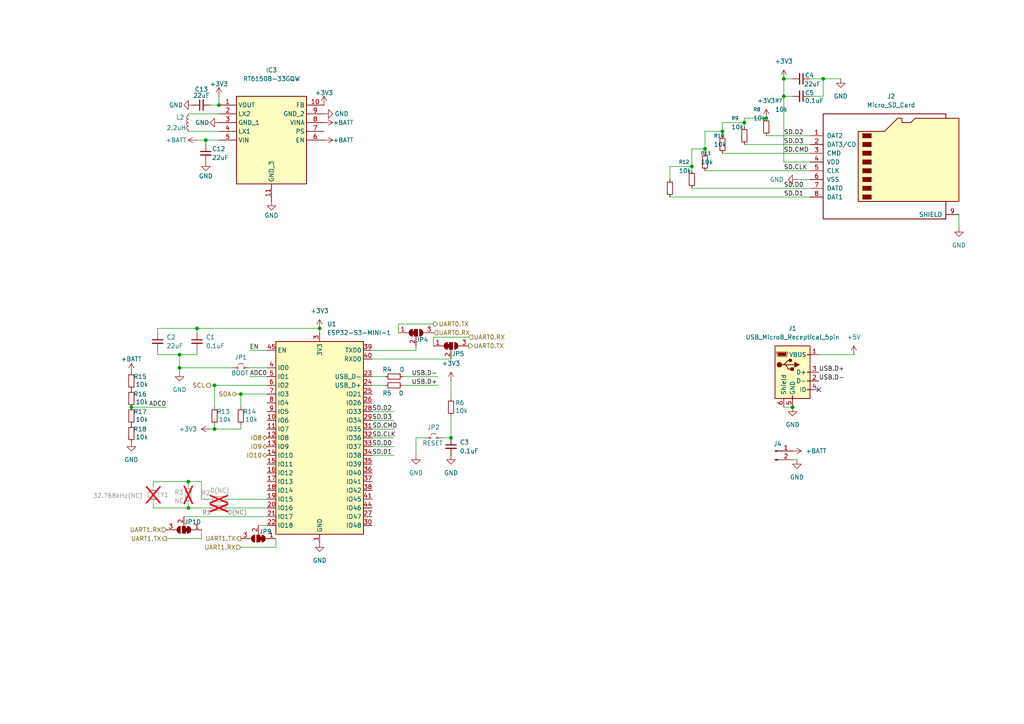
<source format=kicad_sch>
(kicad_sch (version 20250114) (generator "eeschema") (generator_version "9.0")
  (paper "A4")
  (lib_symbols
    (symbol "Connector:Conn_01x02_Pin" (pin_names (offset 1.016) (hide yes))
      (property "Reference" "J" (at 0 2.54 0))
      (property "Value" "Conn_01x02_Pin" (at 0 -5.08 0))
      (symbol "Conn_01x02_Pin_1_1"
        (rectangle (start 0.8636 0.127) (end 0 -0.127) (stroke (width 0.1524)) (fill (type outline)))
        (rectangle (start 0.8636 -2.413) (end 0 -2.667) (stroke (width 0.1524)) (fill (type outline)))
        (polyline (pts (xy 1.27 0) (xy 0.8636 0)) (stroke (width 0.1524)))
        (polyline (pts (xy 1.27 -2.54) (xy 0.8636 -2.54)) (stroke (width 0.1524)))
        (pin passive line (at 5.08 0 180) (length 3.81) (name "Pin_1") (number "1"))
        (pin passive line (at 5.08 -2.54 180) (length 3.81) (name "Pin_2") (number "2"))
      )
    )
    (symbol "Connector:Micro_SD_Card" (pin_names (offset 1.016))
      (property "Reference" "J" (at -16.51 15.24 0))
      (property "Value" "Micro_SD_Card" (at 16.51 15.24 0))
      (symbol "Micro_SD_Card_0_1"
        (polyline (pts (xy -8.89 -11.43) (xy -8.89 8.89) (xy -1.27 8.89) (xy 2.54 12.7) (xy 3.81 12.7) (xy 3.81 11.43) (xy 6.35 11.43) (xy 7.62 12.7) (xy 20.32 12.7) (xy 20.32 -11.43) (xy -8.89 -11.43)) (stroke (width 0.254)) (fill (type background)))
        (rectangle (start -7.62 8.255) (end -5.08 6.985) (fill (type outline)))
        (rectangle (start -7.62 5.715) (end -5.08 4.445) (fill (type outline)))
        (rectangle (start -7.62 3.175) (end -5.08 1.905) (fill (type outline)))
        (rectangle (start -7.62 0.635) (end -5.08 -0.635) (fill (type outline)))
        (rectangle (start -7.62 -1.905) (end -5.08 -3.175) (fill (type outline)))
        (rectangle (start -7.62 -4.445) (end -5.08 -5.715) (fill (type outline)))
        (rectangle (start -7.62 -6.985) (end -5.08 -8.255) (fill (type outline)))
        (rectangle (start -7.62 -9.525) (end -5.08 -10.795) (fill (type outline)))
        (polyline (pts (xy 16.51 12.7) (xy 16.51 13.97) (xy -19.05 13.97) (xy -19.05 -16.51) (xy 16.51 -16.51) (xy 16.51 -11.43)) (stroke (width 0.254)))
      )
      (symbol "Micro_SD_Card_1_1"
        (pin bidirectional line (at -22.86 7.62 0) (length 3.81) (name "DAT2") (number "1"))
        (pin bidirectional line (at -22.86 5.08 0) (length 3.81) (name "DAT3/CD") (number "2"))
        (pin input line (at -22.86 2.54 0) (length 3.81) (name "CMD") (number "3"))
        (pin power_in line (at -22.86 0 0) (length 3.81) (name "VDD") (number "4"))
        (pin input line (at -22.86 -2.54 0) (length 3.81) (name "CLK") (number "5"))
        (pin power_in line (at -22.86 -5.08 0) (length 3.81) (name "VSS") (number "6"))
        (pin bidirectional line (at -22.86 -7.62 0) (length 3.81) (name "DAT0") (number "7"))
        (pin bidirectional line (at -22.86 -10.16 0) (length 3.81) (name "DAT1") (number "8"))
        (pin passive line (at 20.32 -15.24 180) (length 3.81) (name "SHIELD") (number "9"))
      )
    )
    (symbol "Connector:USB_B_Micro" (pin_names (offset 1.016))
      (property "Reference" "J" (at -5.08 11.43 0))
      (property "Value" "USB_B_Micro" (at -5.08 8.89 0))
      (symbol "USB_B_Micro_0_1"
        (rectangle (start -5.08 -7.62) (end 5.08 7.62) (stroke (width 0.254)) (fill (type background)))
        (polyline (pts (xy -4.699 5.842) (xy -4.699 5.588) (xy -4.445 4.826) (xy -4.445 4.572) (xy -1.651 4.572) (xy -1.651 4.826) (xy -1.397 5.588) (xy -1.397 5.842) (xy -4.699 5.842)))
        (polyline (pts (xy -4.318 5.588) (xy -1.778 5.588) (xy -2.032 4.826) (xy -4.064 4.826) (xy -4.318 5.588)) (fill (type outline)))
        (circle (center -3.81 2.159) (radius 0.635) (stroke (width 0.254)) (fill (type outline)))
        (polyline (pts (xy -3.175 2.159) (xy -2.54 2.159) (xy -1.27 3.429) (xy -0.635 3.429)) (stroke (width 0.254)))
        (polyline (pts (xy -2.54 2.159) (xy -1.905 2.159) (xy -1.27 0.889) (xy 0 0.889)) (stroke (width 0.254)))
        (polyline (pts (xy -1.905 2.159) (xy 0.635 2.159)) (stroke (width 0.254)))
        (circle (center -0.635 3.429) (radius 0.381) (stroke (width 0.254)) (fill (type outline)))
        (rectangle (start -0.127 -7.62) (end 0.127 -6.858))
        (rectangle (start 0.254 1.27) (end -0.508 0.508) (stroke (width 0.254)) (fill (type outline)))
        (polyline (pts (xy 0.635 2.794) (xy 0.635 1.524) (xy 1.905 2.159) (xy 0.635 2.794)) (stroke (width 0.254)) (fill (type outline)))
        (rectangle (start 5.08 4.953) (end 4.318 5.207))
        (rectangle (start 5.08 -0.127) (end 4.318 0.127))
        (rectangle (start 5.08 -2.667) (end 4.318 -2.413))
        (rectangle (start 5.08 -5.207) (end 4.318 -4.953))
      )
      (symbol "USB_B_Micro_1_1"
        (pin passive line (at -2.54 -10.16 90) (length 2.54) (name "Shield") (number "6"))
        (pin power_out line (at 0 -10.16 90) (length 2.54) (name "GND") (number "5"))
        (pin power_out line (at 7.62 5.08 180) (length 2.54) (name "VBUS") (number "1"))
        (pin bidirectional line (at 7.62 0 180) (length 2.54) (name "D+") (number "3"))
        (pin bidirectional line (at 7.62 -2.54 180) (length 2.54) (name "D-") (number "2"))
        (pin passive line (at 7.62 -5.08 180) (length 2.54) (name "ID") (number "4"))
      )
    )
    (symbol "Device:C_Small" (pin_numbers (hide yes)) (pin_names (offset 0.254) (hide yes))
      (property "Reference" "C" (at 0.254 1.778 0))
      (property "Value" "C_Small" (at 0.254 -2.032 0))
      (symbol "C_Small_0_1"
        (polyline (pts (xy -1.524 0.508) (xy 1.524 0.508)) (stroke (width 0.3048)))
        (polyline (pts (xy -1.524 -0.508) (xy 1.524 -0.508)) (stroke (width 0.3302)))
      )
      (symbol "C_Small_1_1"
        (pin passive line (at 0 2.54 270) (length 2.032) (name "~") (number "1"))
        (pin passive line (at 0 -2.54 90) (length 2.032) (name "~") (number "2"))
      )
    )
    (symbol "Device:Crystal_Small" (pin_numbers (hide yes)) (pin_names (offset 1.016) (hide yes))
      (property "Reference" "Y" (at 0 2.54 0))
      (property "Value" "Crystal_Small" (at 0 -2.54 0))
      (symbol "Crystal_Small_0_1"
        (polyline (pts (xy -1.27 -0.762) (xy -1.27 0.762)) (stroke (width 0.381)))
        (rectangle (start -0.762 -1.524) (end 0.762 1.524))
        (polyline (pts (xy 1.27 -0.762) (xy 1.27 0.762)) (stroke (width 0.381)))
      )
      (symbol "Crystal_Small_1_1"
        (pin passive line (at -2.54 0 0) (length 1.27) (name "1") (number "1"))
        (pin passive line (at 2.54 0 180) (length 1.27) (name "2") (number "2"))
      )
    )
    (symbol "Device:L_Small" (pin_numbers (hide yes)) (pin_names (offset 0.254) (hide yes))
      (property "Reference" "L" (at 0.762 1.016 0))
      (property "Value" "L_Small" (at 0.762 -1.016 0))
      (symbol "L_Small_0_1"
        (arc (start 0 2.032) (mid 0.5058 1.524) (end 0 1.016))
        (arc (start 0 1.016) (mid 0.5058 0.508) (end 0 0))
        (arc (start 0 0) (mid 0.5058 -0.508) (end 0 -1.016))
        (arc (start 0 -1.016) (mid 0.5058 -1.524) (end 0 -2.032))
      )
      (symbol "L_Small_1_1"
        (pin passive line (at 0 2.54 270) (length 0.508) (name "~") (number "1"))
        (pin passive line (at 0 -2.54 90) (length 0.508) (name "~") (number "2"))
      )
    )
    (symbol "Device:R_Small" (pin_numbers (hide yes)) (pin_names (offset 0.254) (hide yes))
      (property "Reference" "R" (at 0 0 90))
      (property "Value" "R_Small" (at 1.778 0 90))
      (symbol "R_Small_0_1"
        (rectangle (start -0.762 1.778) (end 0.762 -1.778) (stroke (width 0.2032)))
      )
      (symbol "R_Small_1_1"
        (pin passive line (at 0 2.54 270) (length 0.762) (name "~") (number "1"))
        (pin passive line (at 0 -2.54 90) (length 0.762) (name "~") (number "2"))
      )
    )
    (symbol "Jumper:Jumper_2_Small_Open" (pin_numbers (hide yes)) (pin_names (offset 0) (hide yes))
      (property "Reference" "JP" (at 0 2.794 0))
      (property "Value" "Jumper_2_Small_Open" (at 0 -2.286 0))
      (symbol "Jumper_2_Small_Open_0_0"
        (circle (center -1.016 0) (radius 0.254))
        (circle (center 1.016 0) (radius 0.254))
      )
      (symbol "Jumper_2_Small_Open_0_1"
        (arc (start -0.762 1.0196) (mid 0 1.2729) (end 0.762 1.0196))
      )
      (symbol "Jumper_2_Small_Open_1_1"
        (pin passive line (at -2.54 0 0) (length 1.27) (name "A") (number "1"))
        (pin passive line (at 2.54 0 180) (length 1.27) (name "B") (number "2"))
      )
    )
    (symbol "Jumper:SolderJumper_3_Bridged12" (pin_names (offset 0) (hide yes)) (in_bom no)
      (property "Reference" "JP" (at -2.54 -2.54 0))
      (property "Value" "SolderJumper_3_Bridged12" (at 0 2.794 0))
      (symbol "SolderJumper_3_Bridged12_0_1"
        (polyline (pts (xy -2.54 0) (xy -2.032 0)))
        (polyline (pts (xy -1.016 1.016) (xy -1.016 -1.016)))
        (rectangle (start -1.016 0.508) (end -0.508 -0.508) (fill (type outline)))
        (arc (start -1.016 -1.016) (mid -2.0276 0) (end -1.016 1.016))
        (arc (start -1.016 -1.016) (mid -2.0276 0) (end -1.016 1.016) (fill (type outline)))
        (rectangle (start -0.508 1.016) (end 0.508 -1.016) (fill (type outline)))
        (polyline (pts (xy 0 -1.27) (xy 0 -1.016)))
        (arc (start 1.016 1.016) (mid 2.0276 0) (end 1.016 -1.016))
        (arc (start 1.016 1.016) (mid 2.0276 0) (end 1.016 -1.016) (fill (type outline)))
        (polyline (pts (xy 1.016 1.016) (xy 1.016 -1.016)))
        (polyline (pts (xy 2.54 0) (xy 2.032 0)))
      )
      (symbol "SolderJumper_3_Bridged12_1_1"
        (pin passive line (at -5.08 0 0) (length 2.54) (name "A") (number "1"))
        (pin passive line (at 0 -3.81 90) (length 2.54) (name "C") (number "2"))
        (pin passive line (at 5.08 0 180) (length 2.54) (name "B") (number "3"))
      )
    )
    (symbol "RF_Module:ESP32-S3-MINI-1"
      (property "Reference" "U" (at -11.43 29.21 0))
      (property "Value" "ESP32-S3-MINI-1" (at 12.7 29.21 0))
      (symbol "ESP32-S3-MINI-1_0_1"
        (rectangle (start -12.7 27.94) (end 12.7 -27.94) (stroke (width 0.254)) (fill (type background)))
      )
      (symbol "ESP32-S3-MINI-1_1_1"
        (pin input line (at -15.24 25.4 0) (length 2.54) (name "EN") (number "45"))
        (pin bidirectional line (at -15.24 20.32 0) (length 2.54) (name "IO0") (number "4"))
        (pin bidirectional line (at -15.24 17.78 0) (length 2.54) (name "IO1") (number "5"))
        (pin bidirectional line (at -15.24 15.24 0) (length 2.54) (name "IO2") (number "6"))
        (pin bidirectional line (at -15.24 12.7 0) (length 2.54) (name "IO3") (number "7"))
        (pin bidirectional line (at -15.24 10.16 0) (length 2.54) (name "IO4") (number "8"))
        (pin bidirectional line (at -15.24 7.62 0) (length 2.54) (name "IO5") (number "9"))
        (pin bidirectional line (at -15.24 5.08 0) (length 2.54) (name "IO6") (number "10"))
        (pin bidirectional line (at -15.24 2.54 0) (length 2.54) (name "IO7") (number "11"))
        (pin bidirectional line (at -15.24 0 0) (length 2.54) (name "IO8") (number "12"))
        (pin bidirectional line (at -15.24 -2.54 0) (length 2.54) (name "IO9") (number "13"))
        (pin bidirectional line (at -15.24 -5.08 0) (length 2.54) (name "IO10") (number "14"))
        (pin bidirectional line (at -15.24 -7.62 0) (length 2.54) (name "IO11") (number "15"))
        (pin bidirectional line (at -15.24 -10.16 0) (length 2.54) (name "IO12") (number "16"))
        (pin bidirectional line (at -15.24 -12.7 0) (length 2.54) (name "IO13") (number "17"))
        (pin bidirectional line (at -15.24 -15.24 0) (length 2.54) (name "IO14") (number "18"))
        (pin bidirectional line (at -15.24 -17.78 0) (length 2.54) (name "IO15") (number "19"))
        (pin bidirectional line (at -15.24 -20.32 0) (length 2.54) (name "IO16") (number "20"))
        (pin bidirectional line (at -15.24 -22.86 0) (length 2.54) (name "IO17") (number "21"))
        (pin bidirectional line (at -15.24 -25.4 0) (length 2.54) (name "IO18") (number "22"))
        (pin power_in line (at 0 30.48 270) (length 2.54) (name "3V3") (number "3"))
        (pin power_in line (at 0 -30.48 90) (length 2.54) (name "GND") (number "1"))
        (pin passive line (at 0 -30.48 90) (length 2.54) (hide yes) (name "GND") (number "2"))
        (pin passive line (at 0 -30.48 90) (length 2.54) (hide yes) (name "GND") (number "42"))
        (pin passive line (at 0 -30.48 90) (length 2.54) (hide yes) (name "GND") (number "43"))
        (pin passive line (at 0 -30.48 90) (length 2.54) (hide yes) (name "GND") (number "46"))
        (pin passive line (at 0 -30.48 90) (length 2.54) (hide yes) (name "GND") (number "47"))
        (pin passive line (at 0 -30.48 90) (length 2.54) (hide yes) (name "GND") (number "48"))
        (pin passive line (at 0 -30.48 90) (length 2.54) (hide yes) (name "GND") (number "49"))
        (pin passive line (at 0 -30.48 90) (length 2.54) (hide yes) (name "GND") (number "50"))
        (pin passive line (at 0 -30.48 90) (length 2.54) (hide yes) (name "GND") (number "51"))
        (pin passive line (at 0 -30.48 90) (length 2.54) (hide yes) (name "GND") (number "52"))
        (pin passive line (at 0 -30.48 90) (length 2.54) (hide yes) (name "GND") (number "53"))
        (pin passive line (at 0 -30.48 90) (length 2.54) (hide yes) (name "GND") (number "54"))
        (pin passive line (at 0 -30.48 90) (length 2.54) (hide yes) (name "GND") (number "55"))
        (pin passive line (at 0 -30.48 90) (length 2.54) (hide yes) (name "GND") (number "56"))
        (pin passive line (at 0 -30.48 90) (length 2.54) (hide yes) (name "GND") (number "57"))
        (pin passive line (at 0 -30.48 90) (length 2.54) (hide yes) (name "GND") (number "58"))
        (pin passive line (at 0 -30.48 90) (length 2.54) (hide yes) (name "GND") (number "59"))
        (pin passive line (at 0 -30.48 90) (length 2.54) (hide yes) (name "GND") (number "60"))
        (pin passive line (at 0 -30.48 90) (length 2.54) (hide yes) (name "GND") (number "61"))
        (pin passive line (at 0 -30.48 90) (length 2.54) (hide yes) (name "GND") (number "62"))
        (pin passive line (at 0 -30.48 90) (length 2.54) (hide yes) (name "GND") (number "63"))
        (pin passive line (at 0 -30.48 90) (length 2.54) (hide yes) (name "GND") (number "64"))
        (pin passive line (at 0 -30.48 90) (length 2.54) (hide yes) (name "GND") (number "65"))
        (pin bidirectional line (at 15.24 25.4 180) (length 2.54) (name "TXD0") (number "39"))
        (pin bidirectional line (at 15.24 22.86 180) (length 2.54) (name "RXD0") (number "40"))
        (pin bidirectional line (at 15.24 17.78 180) (length 2.54) (name "USB_D-") (number "23"))
        (pin bidirectional line (at 15.24 15.24 180) (length 2.54) (name "USB_D+") (number "24"))
        (pin bidirectional line (at 15.24 12.7 180) (length 2.54) (name "IO21") (number "25"))
        (pin bidirectional line (at 15.24 10.16 180) (length 2.54) (name "IO26") (number "26"))
        (pin bidirectional line (at 15.24 7.62 180) (length 2.54) (name "IO33") (number "28"))
        (pin bidirectional line (at 15.24 5.08 180) (length 2.54) (name "IO34") (number "29"))
        (pin bidirectional line (at 15.24 2.54 180) (length 2.54) (name "IO35") (number "31"))
        (pin bidirectional line (at 15.24 0 180) (length 2.54) (name "IO36") (number "32"))
        (pin bidirectional line (at 15.24 -2.54 180) (length 2.54) (name "IO37") (number "33"))
        (pin bidirectional line (at 15.24 -5.08 180) (length 2.54) (name "IO38") (number "34"))
        (pin bidirectional line (at 15.24 -7.62 180) (length 2.54) (name "IO39") (number "35"))
        (pin bidirectional line (at 15.24 -10.16 180) (length 2.54) (name "IO40") (number "36"))
        (pin bidirectional line (at 15.24 -12.7 180) (length 2.54) (name "IO41") (number "37"))
        (pin bidirectional line (at 15.24 -15.24 180) (length 2.54) (name "IO42") (number "38"))
        (pin bidirectional line (at 15.24 -17.78 180) (length 2.54) (name "IO45") (number "41"))
        (pin bidirectional line (at 15.24 -20.32 180) (length 2.54) (name "IO46") (number "44"))
        (pin bidirectional line (at 15.24 -22.86 180) (length 2.54) (name "IO47") (number "27"))
        (pin bidirectional line (at 15.24 -25.4 180) (length 2.54) (name "IO48") (number "30"))
      )
    )
    (symbol "RT6150B-33GQW:RT6150B-33GQW"
      (property "Reference" "IC" (at 26.67 7.62 0))
      (property "Value" "RT6150B-33GQW" (at 26.67 5.08 0))
      (symbol "RT6150B-33GQW_1_1"
        (rectangle (start 5.08 2.54) (end 25.4 -22.86) (stroke (width 0.254)) (fill (type background)))
        (pin passive line (at 0 0 0) (length 5.08) (name "VOUT") (number "1"))
        (pin passive line (at 0 -2.54 0) (length 5.08) (name "LX2") (number "2"))
        (pin passive line (at 0 -5.08 0) (length 5.08) (name "GND_1") (number "3"))
        (pin passive line (at 0 -7.62 0) (length 5.08) (name "LX1") (number "4"))
        (pin passive line (at 0 -10.16 0) (length 5.08) (name "VIN") (number "5"))
        (pin passive line (at 15.24 -27.94 90) (length 5.08) (name "GND_3") (number "11"))
        (pin passive line (at 30.48 0 180) (length 5.08) (name "FB") (number "10"))
        (pin passive line (at 30.48 -2.54 180) (length 5.08) (name "GND_2") (number "9"))
        (pin passive line (at 30.48 -5.08 180) (length 5.08) (name "VINA") (number "8"))
        (pin passive line (at 30.48 -7.62 180) (length 5.08) (name "PS") (number "7"))
        (pin passive line (at 30.48 -10.16 180) (length 5.08) (name "EN") (number "6"))
      )
    )
    (symbol "power:+3V3" (power) (pin_numbers (hide yes)) (pin_names (offset 0) (hide yes))
      (property "Value" "+3V3" (at 0 3.556 0))
      (symbol "+3V3_0_1"
        (polyline (pts (xy -0.762 1.27) (xy 0 2.54)))
        (polyline (pts (xy 0 2.54) (xy 0.762 1.27)))
        (polyline (pts (xy 0 0) (xy 0 2.54)))
      )
      (symbol "+3V3_1_1"
        (pin power_in line (at 0 0 90) (length 0) (name "~") (number "1"))
      )
    )
    (symbol "power:+5V" (power) (pin_numbers (hide yes)) (pin_names (offset 0) (hide yes))
      (property "Value" "+5V" (at 0 3.556 0))
      (symbol "+5V_0_1"
        (polyline (pts (xy -0.762 1.27) (xy 0 2.54)))
        (polyline (pts (xy 0 2.54) (xy 0.762 1.27)))
        (polyline (pts (xy 0 0) (xy 0 2.54)))
      )
      (symbol "+5V_1_1"
        (pin power_in line (at 0 0 90) (length 0) (name "~") (number "1"))
      )
    )
    (symbol "power:+BATT" (power) (pin_numbers (hide yes)) (pin_names (offset 0) (hide yes))
      (property "Value" "+BATT" (at 0 3.556 0))
      (symbol "+BATT_0_1"
        (polyline (pts (xy -0.762 1.27) (xy 0 2.54)))
        (polyline (pts (xy 0 2.54) (xy 0.762 1.27)))
        (polyline (pts (xy 0 0) (xy 0 2.54)))
      )
      (symbol "+BATT_1_1"
        (pin power_in line (at 0 0 90) (length 0) (name "~") (number "1"))
      )
    )
    (symbol "power:GND" (power) (pin_numbers (hide yes)) (pin_names (offset 0) (hide yes))
      (property "Value" "GND" (at 0 -3.81 0))
      (symbol "GND_0_1"
        (polyline (pts (xy 0 0) (xy 0 -1.27) (xy 1.27 -1.27) (xy 0 -2.54) (xy -1.27 -1.27) (xy 0 -1.27)))
      )
      (symbol "GND_1_1"
        (pin power_in line (at 0 0 270) (length 0) (name "~") (number "1"))
      )
    )
  )
  (junction (at 238.76 22.86))
  (junction (at 59.69 40.64))
  (junction (at 92.71 95.25))
  (junction (at 200.66 48.26))
  (junction (at 63.5 30.48))
  (junction (at 54.61 147.32))
  (junction (at 38.1 118.11))
  (junction (at 57.15 95.25))
  (junction (at 215.9 35.56))
  (junction (at 229.87 118.11))
  (junction (at 52.07 102.87))
  (junction (at 227.33 27.94))
  (junction (at 62.23 111.76))
  (junction (at 209.55 38.1))
  (junction (at 227.33 22.86))
  (junction (at 69.85 114.3))
  (junction (at 222.25 34.29))
  (junction (at 52.07 106.68))
  (junction (at 54.61 139.7))
  (junction (at 130.81 127))
  (junction (at 204.47 43.18))
  (junction (at 62.23 124.46))
  (no_connect (at 237.49 113.03))
  (wire (pts (xy 44.45 139.7) (xy 44.45 140.97)))
  (wire (pts (xy 222.25 39.37) (xy 234.95 39.37)))
  (wire (pts (xy 107.95 124.46) (xy 114.3 124.46)))
  (wire (pts (xy 68.58 114.3) (xy 69.85 114.3)))
  (wire (pts (xy 209.55 44.45) (xy 234.95 44.45)))
  (wire (pts (xy 58.42 144.78) (xy 58.42 139.7)))
  (wire (pts (xy 54.61 139.7) (xy 58.42 139.7)))
  (wire (pts (xy 115.57 96.52) (xy 115.57 93.98)))
  (wire (pts (xy 57.15 40.64) (xy 59.69 40.64)))
  (wire (pts (xy 63.5 40.64) (xy 59.69 40.64)))
  (wire (pts (xy 58.42 144.78) (xy 60.96 144.78)))
  (wire (pts (xy 58.42 153.67) (xy 58.42 156.21)))
  (wire (pts (xy 57.15 95.25) (xy 92.71 95.25)))
  (wire (pts (xy 120.65 132.08) (xy 120.65 127)))
  (wire (pts (xy 130.81 110.49) (xy 130.81 115.57)))
  (wire (pts (xy 45.72 102.87) (xy 52.07 102.87)))
  (wire (pts (xy 107.95 104.14) (xy 130.81 104.14)))
  (wire (pts (xy 53.34 149.86) (xy 77.47 149.86)))
  (wire (pts (xy 116.84 111.76) (xy 127 111.76)))
  (wire (pts (xy 54.61 146.05) (xy 54.61 147.32)))
  (wire (pts (xy 209.55 39.37) (xy 209.55 38.1)))
  (wire (pts (xy 130.81 120.65) (xy 130.81 127)))
  (wire (pts (xy 69.85 114.3) (xy 69.85 118.11)))
  (wire (pts (xy 107.95 101.6) (xy 120.65 101.6)))
  (wire (pts (xy 107.95 119.38) (xy 114.3 119.38)))
  (wire (pts (xy 59.69 40.64) (xy 59.69 41.91)))
  (wire (pts (xy 227.33 27.94) (xy 227.33 22.86)))
  (wire (pts (xy 66.04 144.78) (xy 77.47 144.78)))
  (wire (pts (xy 38.1 118.11) (xy 48.26 118.11)))
  (wire (pts (xy 238.76 22.86) (xy 243.84 22.86)))
  (wire (pts (xy 45.72 95.25) (xy 57.15 95.25)))
  (wire (pts (xy 54.61 38.1) (xy 63.5 38.1)))
  (wire (pts (xy 45.72 95.25) (xy 45.72 96.52)))
  (wire (pts (xy 227.33 118.11) (xy 229.87 118.11)))
  (wire (pts (xy 45.72 101.6) (xy 45.72 102.87)))
  (wire (pts (xy 62.23 118.11) (xy 62.23 111.76)))
  (wire (pts (xy 125.73 100.33) (xy 125.73 97.79)))
  (wire (pts (xy 66.04 147.32) (xy 77.47 147.32)))
  (wire (pts (xy 107.95 111.76) (xy 111.76 111.76)))
  (wire (pts (xy 62.23 123.19) (xy 62.23 124.46)))
  (wire (pts (xy 60.96 30.48) (xy 63.5 30.48)))
  (wire (pts (xy 69.85 123.19) (xy 69.85 124.46)))
  (wire (pts (xy 227.33 27.94) (xy 229.87 27.94)))
  (wire (pts (xy 44.45 139.7) (xy 54.61 139.7)))
  (wire (pts (xy 128.27 127) (xy 130.81 127)))
  (wire (pts (xy 120.65 100.33) (xy 120.65 101.6)))
  (wire (pts (xy 69.85 114.3) (xy 77.47 114.3)))
  (wire (pts (xy 52.07 102.87) (xy 57.15 102.87)))
  (wire (pts (xy 52.07 106.68) (xy 52.07 102.87)))
  (wire (pts (xy 234.95 22.86) (xy 238.76 22.86)))
  (wire (pts (xy 62.23 111.76) (xy 77.47 111.76)))
  (wire (pts (xy 125.73 97.79) (xy 135.89 97.79)))
  (wire (pts (xy 107.95 127) (xy 114.3 127)))
  (wire (pts (xy 215.9 41.91) (xy 234.95 41.91)))
  (wire (pts (xy 204.47 44.45) (xy 204.47 43.18)))
  (wire (pts (xy 107.95 109.22) (xy 111.76 109.22)))
  (wire (pts (xy 72.39 109.22) (xy 77.47 109.22)))
  (wire (pts (xy 107.95 121.92) (xy 114.3 121.92)))
  (wire (pts (xy 60.96 111.76) (xy 62.23 111.76)))
  (wire (pts (xy 52.07 106.68) (xy 67.31 106.68)))
  (wire (pts (xy 215.9 35.56) (xy 209.55 35.56)))
  (wire (pts (xy 209.55 35.56) (xy 209.55 38.1)))
  (wire (pts (xy 234.95 27.94) (xy 238.76 27.94)))
  (wire (pts (xy 204.47 38.1) (xy 204.47 43.18)))
  (wire (pts (xy 209.55 38.1) (xy 204.47 38.1)))
  (wire (pts (xy 74.93 152.4) (xy 77.47 152.4)))
  (wire (pts (xy 200.66 54.61) (xy 234.95 54.61)))
  (wire (pts (xy 278.13 62.23) (xy 278.13 66.04)))
  (wire (pts (xy 200.66 48.26) (xy 200.66 49.53)))
  (wire (pts (xy 215.9 34.29) (xy 215.9 35.56)))
  (wire (pts (xy 72.39 101.6) (xy 77.47 101.6)))
  (wire (pts (xy 57.15 101.6) (xy 57.15 102.87)))
  (wire (pts (xy 227.33 46.99) (xy 227.33 27.94)))
  (wire (pts (xy 194.31 48.26) (xy 200.66 48.26)))
  (wire (pts (xy 200.66 43.18) (xy 200.66 48.26)))
  (wire (pts (xy 107.95 132.08) (xy 114.3 132.08)))
  (wire (pts (xy 229.87 133.35) (xy 231.14 133.35)))
  (wire (pts (xy 60.96 124.46) (xy 62.23 124.46)))
  (wire (pts (xy 194.31 57.15) (xy 234.95 57.15)))
  (wire (pts (xy 238.76 22.86) (xy 238.76 27.94)))
  (wire (pts (xy 44.45 146.05) (xy 44.45 147.32)))
  (wire (pts (xy 204.47 43.18) (xy 200.66 43.18)))
  (wire (pts (xy 115.57 93.98) (xy 125.73 93.98)))
  (wire (pts (xy 120.65 127) (xy 123.19 127)))
  (wire (pts (xy 116.84 109.22) (xy 127 109.22)))
  (wire (pts (xy 54.61 140.97) (xy 54.61 139.7)))
  (wire (pts (xy 44.45 147.32) (xy 54.61 147.32)))
  (wire (pts (xy 215.9 35.56) (xy 215.9 36.83)))
  (wire (pts (xy 63.5 27.94) (xy 63.5 30.48)))
  (wire (pts (xy 80.01 156.21) (xy 80.01 158.75)))
  (wire (pts (xy 227.33 46.99) (xy 234.95 46.99)))
  (wire (pts (xy 92.71 95.25) (xy 92.71 96.52)))
  (wire (pts (xy 227.33 22.86) (xy 229.87 22.86)))
  (wire (pts (xy 204.47 49.53) (xy 234.95 49.53)))
  (wire (pts (xy 194.31 52.07) (xy 194.31 48.26)))
  (wire (pts (xy 62.23 124.46) (xy 69.85 124.46)))
  (wire (pts (xy 54.61 147.32) (xy 60.96 147.32)))
  (wire (pts (xy 54.61 33.02) (xy 63.5 33.02)))
  (wire (pts (xy 231.14 52.07) (xy 234.95 52.07)))
  (wire (pts (xy 72.39 106.68) (xy 77.47 106.68)))
  (wire (pts (xy 52.07 107.95) (xy 52.07 106.68)))
  (wire (pts (xy 48.26 156.21) (xy 58.42 156.21)))
  (wire (pts (xy 69.85 158.75) (xy 80.01 158.75)))
  (wire (pts (xy 107.95 129.54) (xy 114.3 129.54)))
  (wire (pts (xy 237.49 102.87) (xy 247.65 102.87)))
  (wire (pts (xy 215.9 34.29) (xy 222.25 34.29)))
  (wire (pts (xy 57.15 95.25) (xy 57.15 96.52)))
  (label "SD.CLK" (at 227.33 49.53 0))
  (label "USB.D-" (at 119.38 109.22 0))
  (label "SD.D1" (at 107.95 132.08 0))
  (label "ADC0" (at 43.18 118.11 0))
  (label "SD.CMD" (at 227.33 44.45 0))
  (label "SD.D3" (at 227.33 41.91 0))
  (label "SD.D0" (at 107.95 129.54 0))
  (label "SD.D3" (at 107.95 121.92 0))
  (label "SD.D1" (at 227.33 57.15 0))
  (label "SD.CLK" (at 107.95 127 0))
  (label "SD.D0" (at 227.33 54.61 0))
  (label "SD.D2" (at 107.95 119.38 0))
  (label "USB.D+" (at 237.49 107.95 0))
  (label "SD.D2" (at 227.33 39.37 0))
  (label "USB.D-" (at 237.49 110.49 0))
  (label "USB.D+" (at 119.38 111.76 0))
  (label "EN" (at 72.39 101.6 0))
  (label "SD.CMD" (at 107.95 124.46 0))
  (label "ADC0" (at 77.47 109.22 180))
  (hierarchical_label "IO10" (shape bidirectional) (at 77.47 132.08 180))
  (hierarchical_label "UART1.RX" (shape input) (at 48.26 153.67 180))
  (hierarchical_label "UART0.TX" (shape output) (at 135.89 100.33 0))
  (hierarchical_label "UART1.TX" (shape output) (at 48.26 156.21 180))
  (hierarchical_label "UART0.RX" (shape input) (at 125.73 96.52 0))
  (hierarchical_label "IO8" (shape bidirectional) (at 77.47 127 180))
  (hierarchical_label "SCL" (shape output) (at 60.96 111.76 180))
  (hierarchical_label "UART1.TX" (shape output) (at 69.85 156.21 180))
  (hierarchical_label "UART0.RX" (shape input) (at 135.89 97.79 0))
  (hierarchical_label "SDA" (shape bidirectional) (at 68.58 114.3 180))
  (hierarchical_label "UART0.TX" (shape output) (at 125.73 93.98 0))
  (hierarchical_label "UART1.RX" (shape input) (at 69.85 158.75 180))
  (hierarchical_label "IO9" (shape bidirectional) (at 77.47 129.54 180))
  (symbol (lib_id "Device:R_Small") (at 63.5 144.78 90) (unit 1) (dnp yes)
    (property "Reference" "R2" (at 59.69 143.002 90))
    (property "Value" "0(NC)" (at 63.754 142.24 90))
    (property "Description" "Resistor, small symbol" (effects (hide yes)))
  )
  (symbol (lib_id "Device:R_Small") (at 194.31 54.61 0) (unit 1)
    (property "Reference" "R12" (at 196.85 46.9899 0) (effects (font (size 1.016 1.016)) (justify left)))
    (property "Value" "10k" (at 196.85 49.5299 0) (effects (justify left)))
    (property "Description" "Resistor, small symbol" (effects (hide yes)))
    (property "Manufacturer_Name" "KOA Speer" (effects (hide yes)))
    (property "Manufacturer_Part_Number" "RK73B2ATTD103J" (effects (hide yes)))
    (property "Mouser Part Number" "660-RK73B2ATTD103J" (effects (hide yes)))
    (property "Mouser Price/Stock" "https://www.mouser.ca/ProductDetail/KOA-Speer/RK73B2ATTD103J?qs=sGAEpiMZZMtlubZbdhIBIPowtXE6YgVjotN5F%2FUwbfE%3D" (effects (hide yes)))
    (property "Price" "0.024" (effects (hide yes)))
  )
  (symbol (lib_id "power:GND") (at 92.71 157.48 0) (unit 1)
    (property "Reference" "#PWR09" (effects (hide yes)))
    (property "Value" "GND" (at 92.71 162.56 0))
    (property "Description" "Power symbol creates a global label with name \"GND\" , ground" (effects (hide yes)))
  )
  (symbol (lib_id "power:GND") (at 243.84 22.86 0) (unit 1)
    (property "Reference" "#PWR021" (effects (hide yes)))
    (property "Value" "GND" (at 243.84 27.94 0))
    (property "Description" "Power symbol creates a global label with name \"GND\" , ground" (effects (hide yes)))
  )
  (symbol (lib_id "Device:R_Small") (at 62.23 120.65 180) (unit 1)
    (property "Reference" "R13" (at 64.77 119.38 0))
    (property "Value" "10k" (at 65.278 121.666 0))
    (property "Description" "Resistor, small symbol" (effects (hide yes)))
    (property "Manufacturer_Name" "KOA Speer" (effects (hide yes)))
    (property "Manufacturer_Part_Number" "RK73B2ATTD103J" (effects (hide yes)))
    (property "Mouser Part Number" "660-RK73B2ATTD103J" (effects (hide yes)))
    (property "Mouser Price/Stock" "https://www.mouser.ca/ProductDetail/KOA-Speer/RK73B2ATTD103J?qs=sGAEpiMZZMtlubZbdhIBIPowtXE6YgVjotN5F%2FUwbfE%3D" (effects (hide yes)))
    (property "Price" "0.024" (effects (hide yes)))
  )
  (symbol (lib_id "Device:R_Small") (at 130.81 118.11 180) (unit 1)
    (property "Reference" "R6" (at 133.35 116.84 0))
    (property "Value" "10k" (at 133.858 119.126 0))
    (property "Description" "Resistor, small symbol" (effects (hide yes)))
    (property "Manufacturer_Name" "KOA Speer" (effects (hide yes)))
    (property "Manufacturer_Part_Number" "RK73B2ATTD103J" (effects (hide yes)))
    (property "Mouser Part Number" "660-RK73B2ATTD103J" (effects (hide yes)))
    (property "Mouser Price/Stock" "https://www.mouser.ca/ProductDetail/KOA-Speer/RK73B2ATTD103J?qs=sGAEpiMZZMtlubZbdhIBIPowtXE6YgVjotN5F%2FUwbfE%3D" (effects (hide yes)))
    (property "Price" "0.024" (effects (hide yes)))
  )
  (symbol (lib_id "Device:R_Small") (at 114.3 111.76 90) (unit 1)
    (property "Reference" "R5" (at 112.268 114.046 90))
    (property "Value" "0" (at 116.332 114.046 90))
    (property "Description" "Resistor, small symbol" (effects (hide yes)))
    (property "Manufacturer_Name" "KOA Speer" (effects (hide yes)))
    (property "Manufacturer_Part_Number" "RK73Z2ATTD" (effects (hide yes)))
    (property "Mouser Part Number" "660-RK73Z2ATTD " (effects (hide yes)))
    (property "Mouser Price/Stock" "https://www.mouser.ca/ProductDetail/KOA-Speer/RK73Z2ATTD?qs=sGAEpiMZZMtlubZbdhIBIBaEKyyFmygWl%2FRWORJUujI%3D" (effects (hide yes)))
    (property "Price" "0.024" (effects (hide yes)))
  )
  (symbol (lib_id "Device:R_Small") (at 38.1 125.73 180) (unit 1)
    (property "Reference" "R18" (at 40.64 124.46 0))
    (property "Value" "10k" (at 41.148 126.746 0))
    (property "Description" "Resistor, small symbol" (effects (hide yes)))
    (property "Manufacturer_Name" "KOA Speer" (effects (hide yes)))
    (property "Manufacturer_Part_Number" "RK73B2ATTD103J" (effects (hide yes)))
    (property "Mouser Part Number" "660-RK73B2ATTD103J" (effects (hide yes)))
    (property "Mouser Price/Stock" "https://www.mouser.ca/ProductDetail/KOA-Speer/RK73B2ATTD103J?qs=sGAEpiMZZMtlubZbdhIBIPowtXE6YgVjotN5F%2FUwbfE%3D" (effects (hide yes)))
    (property "Price" "0.024" (effects (hide yes)))
  )
  (symbol (lib_id "Device:R_Small") (at 38.1 110.49 180) (unit 1)
    (property "Reference" "R15" (at 40.64 109.22 0))
    (property "Value" "10k" (at 41.148 111.506 0))
    (property "Description" "Resistor, small symbol" (effects (hide yes)))
    (property "Manufacturer_Name" "KOA Speer" (effects (hide yes)))
    (property "Manufacturer_Part_Number" "RK73B2ATTD103J" (effects (hide yes)))
    (property "Mouser Part Number" "660-RK73B2ATTD103J" (effects (hide yes)))
    (property "Mouser Price/Stock" "https://www.mouser.ca/ProductDetail/KOA-Speer/RK73B2ATTD103J?qs=sGAEpiMZZMtlubZbdhIBIPowtXE6YgVjotN5F%2FUwbfE%3D" (effects (hide yes)))
    (property "Price" "0.024" (effects (hide yes)))
  )
  (symbol (lib_id "Device:C_Small") (at 232.41 27.94 270) (unit 1)
    (property "Reference" "C5" (at 233.426 26.924 90) (effects (justify left)))
    (property "Value" "0.1uF" (at 233.426 29.21 90) (effects (justify left)))
    (property "Description" "Unpolarized capacitor, small symbol" (effects (hide yes)))
    (property "Manufacturer_Name" "Kyocera AVX" (effects (hide yes)))
    (property "Manufacturer_Part_Number" "08053C104KAT2A" (effects (hide yes)))
    (property "Mouser Part Number" "581-08053C104K" (effects (hide yes)))
    (property "Mouser Price/Stock" "https://www.mouser.ca/ProductDetail/KYOCERA-AVX/08053C104KAT2A?qs=EihRZLdKnF2GcTBzDkE%2FiQ%3D%3D" (effects (hide yes)))
    (property "Price" "0.07" (effects (hide yes)))
  )
  (symbol (lib_id "Device:R_Small") (at 69.85 120.65 180) (unit 1)
    (property "Reference" "R14" (at 72.39 119.38 0))
    (property "Value" "10k" (at 72.898 121.666 0))
    (property "Description" "Resistor, small symbol" (effects (hide yes)))
    (property "Manufacturer_Name" "KOA Speer" (effects (hide yes)))
    (property "Manufacturer_Part_Number" "RK73B2ATTD103J" (effects (hide yes)))
    (property "Mouser Part Number" "660-RK73B2ATTD103J" (effects (hide yes)))
    (property "Mouser Price/Stock" "https://www.mouser.ca/ProductDetail/KOA-Speer/RK73B2ATTD103J?qs=sGAEpiMZZMtlubZbdhIBIPowtXE6YgVjotN5F%2FUwbfE%3D" (effects (hide yes)))
    (property "Price" "0.024" (effects (hide yes)))
  )
  (symbol (lib_id "RT6150B-33GQW:RT6150B-33GQW") (at 63.5 30.48 0) (unit 1)
    (property "Reference" "IC3" (at 78.74 20.32 0))
    (property "Value" "RT6150B-33GQW" (at 78.74 22.86 0))
    (property "Footprint" "SON50P250X250X80-11N-D" (effects (hide yes)))
    (property "Datasheet" "https://datasheet.octopart.com/RT6150B-33GQW-Richtek-datasheet-82510503.pdf" (effects (hide yes)))
    (property "Description" "IC REG BCK BST 3.3V 800MA 10WDFN" (effects (hide yes)))
    (property "Height" "0.8" (effects (hide yes)))
    (property "Mouser Part Number" "835-RT6150B-33GQW" (effects (hide yes)))
    (property "Mouser Price/Stock" "https://www.mouser.co.uk/ProductDetail/Richtek/RT6150B-33GQW?qs=amGC7iS6iy8r3kS79wnzgg%3D%3D" (effects (hide yes)))
    (property "Manufacturer_Name" "RICHTEK" (effects (hide yes)))
    (property "Manufacturer_Part_Number" "RT6150B-33GQW" (effects (hide yes)))
    (property "Price" "4.35" (effects (hide yes)))
  )
  (symbol (lib_id "power:GND") (at 231.14 133.35 0) (unit 1)
    (property "Reference" "#PWR034" (effects (hide yes)))
    (property "Value" "GND" (at 231.14 138.43 0))
    (property "Description" "Power symbol creates a global label with name \"GND\" , ground" (effects (hide yes)))
  )
  (symbol (lib_id "Device:C_Small") (at 130.81 129.54 0) (unit 1)
    (property "Reference" "C3" (at 133.35 128.2762 0) (effects (justify left)))
    (property "Value" "0.1uF" (at 133.35 130.8162 0) (effects (justify left)))
    (property "Description" "Unpolarized capacitor, small symbol" (effects (hide yes)))
    (property "Manufacturer_Name" "Kyocera AVX" (effects (hide yes)))
    (property "Manufacturer_Part_Number" "08053C104KAT2A" (effects (hide yes)))
    (property "Mouser Part Number" "581-08053C104K" (effects (hide yes)))
    (property "Mouser Price/Stock" "https://www.mouser.ca/ProductDetail/KYOCERA-AVX/08053C104KAT2A?qs=EihRZLdKnF2GcTBzDkE%2FiQ%3D%3D" (effects (hide yes)))
    (property "Price" "0.07" (effects (hide yes)))
  )
  (symbol (lib_id "Jumper:Jumper_2_Small_Open") (at 125.73 127 0) (unit 1) (in_bom no)
    (property "Reference" "JP2" (at 125.73 123.952 0))
    (property "Value" "RESET" (at 125.476 128.524 0))
    (property "Footprint" "TestPoint:TestPoint_2Pads_Pitch2.54mm_Drill0.8mm" (effects (hide yes)))
    (property "Description" "Jumper, 2-pole, small symbol, open" (effects (hide yes)))
  )
  (symbol (lib_id "power:+3V3") (at 130.81 110.49 0) (unit 1)
    (property "Reference" "#PWR018" (effects (hide yes)))
    (property "Value" "+3V3" (at 130.81 105.41 0))
    (property "Description" "Power symbol creates a global label with name \"+3V3\"" (effects (hide yes)))
  )
  (symbol (lib_id "power:GND") (at 93.98 33.02 90) (unit 1)
    (property "Reference" "#PWR036" (effects (hide yes)))
    (property "Value" "GND" (at 97.028 33.02 90) (effects (justify right)))
    (property "Description" "Power symbol creates a global label with name \"GND\" , ground" (effects (hide yes)))
  )
  (symbol (lib_id "Device:C_Small") (at 232.41 22.86 270) (unit 1)
    (property "Reference" "C4" (at 233.426 21.844 90) (effects (justify left)))
    (property "Value" "22uF" (at 233.172 24.384 90) (effects (justify left)))
    (property "Description" "Unpolarized capacitor, small symbol" (effects (hide yes)))
    (property "Manufacturer_Name" "Murata Electronics" (effects (hide yes)))
    (property "Manufacturer_Part_Number" "GRM21BZ70J226ME44L" (effects (hide yes)))
    (property "Mouser Part Number" "81-GRM21BZ70J226ME4L" (effects (hide yes)))
    (property "Mouser Price/Stock" "https://www.mouser.ca/ProductDetail/Murata-Electronics/GRM21BZ70J226ME44L?qs=gt1LBUVyoHk1niSPiXLfGQ%3D%3D" (effects (hide yes)))
    (property "Price" "0.293" (effects (hide yes)))
  )
  (symbol (lib_id "power:+3V3") (at 63.5 27.94 0) (unit 1)
    (property "Reference" "#PWR038" (effects (hide yes)))
    (property "Value" "+3V3" (at 63.5 24.384 0))
    (property "Description" "Power symbol creates a global label with name \"+3V3\"" (effects (hide yes)))
  )
  (symbol (lib_id "Device:C_Small") (at 57.15 99.06 0) (unit 1)
    (property "Reference" "C1" (at 59.69 97.7962 0) (effects (justify left)))
    (property "Value" "0.1uF" (at 59.69 100.3362 0) (effects (justify left)))
    (property "Description" "Unpolarized capacitor, small symbol" (effects (hide yes)))
    (property "Manufacturer_Name" "Kyocera AVX" (effects (hide yes)))
    (property "Manufacturer_Part_Number" "08053C104KAT2A" (effects (hide yes)))
    (property "Mouser Part Number" "581-08053C104K" (effects (hide yes)))
    (property "Mouser Price/Stock" "https://www.mouser.ca/ProductDetail/KYOCERA-AVX/08053C104KAT2A?qs=EihRZLdKnF2GcTBzDkE%2FiQ%3D%3D" (effects (hide yes)))
    (property "Price" "0.07" (effects (hide yes)))
  )
  (symbol (lib_id "RF_Module:ESP32-S3-MINI-1") (at 92.71 127 0) (unit 1)
    (property "Reference" "U1" (at 94.8533 93.98 0) (effects (justify left)))
    (property "Value" "ESP32-S3-MINI-1" (at 94.8533 96.52 0) (effects (justify left)))
    (property "Footprint" "RF_Module:ESP32-S2-MINI-1" (effects (hide yes)))
    (property "Datasheet" "https://www.espressif.com/sites/default/files/documentation/esp32-s3-mini-1_mini-1u_datasheet_en.pdf" (effects (hide yes)))
    (property "Description" "RF Module, ESP32-S3 SoC, Wi-Fi 802.11b/g/n, Bluetooth, BLE, 32-bit, 3.3V, SMD, onboard antenna" (effects (hide yes)))
    (property "Manufacturer_Name" "Espressif Systems" (effects (hide yes)))
    (property "Manufacturer_Part_Number" "ESP32-MINI-1-N4" (effects (hide yes)))
    (property "Mouser Part Number" "356-ESP32-MINI1PH3Q0 " (effects (hide yes)))
    (property "Mouser Price/Stock" "https://www.mouser.ca/ProductDetail/Espressif-Systems/ESP32-MINI-1-N4?qs=sGAEpiMZZMu3sxpa5v1qrj5PIv3MWIvM%252Bo35WB6RWcc%3D" (effects (hide yes)))
    (property "Price" "3.51" (effects (hide yes)))
  )
  (symbol (lib_id "Device:R_Small") (at 215.9 39.37 0) (unit 1)
    (property "Reference" "R8" (at 218.44 31.7499 0) (effects (font (size 1.016 1.016)) (justify left)))
    (property "Value" "10k" (at 218.44 34.2899 0) (effects (justify left)))
    (property "Description" "Resistor, small symbol" (effects (hide yes)))
    (property "Manufacturer_Name" "KOA Speer" (effects (hide yes)))
    (property "Manufacturer_Part_Number" "RK73B2ATTD103J" (effects (hide yes)))
    (property "Mouser Part Number" "660-RK73B2ATTD103J" (effects (hide yes)))
    (property "Mouser Price/Stock" "https://www.mouser.ca/ProductDetail/KOA-Speer/RK73B2ATTD103J?qs=sGAEpiMZZMtlubZbdhIBIPowtXE6YgVjotN5F%2FUwbfE%3D" (effects (hide yes)))
    (property "Price" "0.024" (effects (hide yes)))
  )
  (symbol (lib_id "Jumper:SolderJumper_3_Bridged12") (at 130.81 100.33 0) (unit 1) (in_bom no)
    (property "Reference" "JP5" (at 132.842 102.616 0))
    (property "Value" "SolderJumper_3_Bridged12" (effects (hide yes)))
    (property "Description" "3-pole Solder Jumper, pins 1+2 closed/bridged" (effects (hide yes)))
  )
  (symbol (lib_id "power:+3V3") (at 222.25 34.29 0) (unit 1)
    (property "Reference" "#PWR026" (effects (hide yes)))
    (property "Value" "+3V3" (at 222.25 29.21 0))
    (property "Description" "Power symbol creates a global label with name \"+3V3\"" (effects (hide yes)))
  )
  (symbol (lib_id "power:+3V3") (at 227.33 22.86 0) (unit 1)
    (property "Reference" "#PWR022" (effects (hide yes)))
    (property "Value" "+3V3" (at 227.33 17.78 0))
    (property "Description" "Power symbol creates a global label with name \"+3V3\"" (effects (hide yes)))
  )
  (symbol (lib_id "Device:R_Small") (at 204.47 46.99 0) (unit 1)
    (property "Reference" "R10" (at 207.01 39.3699 0) (effects (font (size 1.016 1.016)) (justify left)))
    (property "Value" "10k" (at 207.01 41.9099 0) (effects (justify left)))
    (property "Description" "Resistor, small symbol" (effects (hide yes)))
    (property "Manufacturer_Name" "KOA Speer" (effects (hide yes)))
    (property "Manufacturer_Part_Number" "RK73B2ATTD103J" (effects (hide yes)))
    (property "Mouser Part Number" "660-RK73B2ATTD103J" (effects (hide yes)))
    (property "Mouser Price/Stock" "https://www.mouser.ca/ProductDetail/KOA-Speer/RK73B2ATTD103J?qs=sGAEpiMZZMtlubZbdhIBIPowtXE6YgVjotN5F%2FUwbfE%3D" (effects (hide yes)))
    (property "Price" "0.024" (effects (hide yes)))
  )
  (symbol (lib_id "Device:L_Small") (at 54.61 35.56 180) (unit 1)
    (property "Reference" "L2" (at 51.054 34.036 0) (effects (justify right)))
    (property "Value" "2.2uH" (at 48.26 37.084 0) (effects (justify right)))
    (property "Description" "Inductor, small symbol" (effects (hide yes)))
    (property "Manufacturer_Name" "Bourns" (effects (hide yes)))
    (property "Manufacturer_Part_Number" "SRN2510F-2R2M" (effects (hide yes)))
    (property "Mouser Part Number" "652-SRN2510F-2R2M" (effects (hide yes)))
    (property "Mouser Price/Stock" "https://www.mouser.ca/ProductDetail/Bourns/SRN2510F-2R2M?qs=w%2Fv1CP2dgqpBpH8eQ8s%2FqQ%3D%3D" (effects (hide yes)))
    (property "Price" "0.168" (effects (hide yes)))
  )
  (symbol (lib_id "Device:R_Small") (at 38.1 115.57 180) (unit 1)
    (property "Reference" "R16" (at 40.64 114.3 0))
    (property "Value" "10k" (at 41.148 116.586 0))
    (property "Description" "Resistor, small symbol" (effects (hide yes)))
    (property "Manufacturer_Name" "KOA Speer" (effects (hide yes)))
    (property "Manufacturer_Part_Number" "RK73B2ATTD103J" (effects (hide yes)))
    (property "Mouser Part Number" "660-RK73B2ATTD103J" (effects (hide yes)))
    (property "Mouser Price/Stock" "https://www.mouser.ca/ProductDetail/KOA-Speer/RK73B2ATTD103J?qs=sGAEpiMZZMtlubZbdhIBIPowtXE6YgVjotN5F%2FUwbfE%3D" (effects (hide yes)))
    (property "Price" "0.024" (effects (hide yes)))
  )
  (symbol (lib_id "power:GND") (at 120.65 132.08 0) (unit 1)
    (property "Reference" "#PWR020" (effects (hide yes)))
    (property "Value" "GND" (at 120.65 137.16 0))
    (property "Description" "Power symbol creates a global label with name \"GND\" , ground" (effects (hide yes)))
  )
  (symbol (lib_id "Device:R_Small") (at 200.66 52.07 0) (unit 1)
    (property "Reference" "R11" (at 203.2 44.4499 0) (effects (font (size 1.016 1.016)) (justify left)))
    (property "Value" "10k" (at 203.2 46.9899 0) (effects (justify left)))
    (property "Description" "Resistor, small symbol" (effects (hide yes)))
    (property "Manufacturer_Name" "KOA Speer" (effects (hide yes)))
    (property "Manufacturer_Part_Number" "RK73B2ATTD103J" (effects (hide yes)))
    (property "Mouser Part Number" "660-RK73B2ATTD103J" (effects (hide yes)))
    (property "Mouser Price/Stock" "https://www.mouser.ca/ProductDetail/KOA-Speer/RK73B2ATTD103J?qs=sGAEpiMZZMtlubZbdhIBIPowtXE6YgVjotN5F%2FUwbfE%3D" (effects (hide yes)))
    (property "Price" "0.024" (effects (hide yes)))
  )
  (symbol (lib_id "power:+BATT") (at 229.87 130.81 270) (unit 1)
    (property "Reference" "#PWR033" (effects (hide yes)))
    (property "Value" "+BATT" (at 233.68 130.8099 90) (effects (justify left)))
    (property "Description" "Power symbol creates a global label with name \"+BATT\"" (effects (hide yes)))
  )
  (symbol (lib_id "power:GND") (at 59.69 46.99 0) (unit 1)
    (property "Reference" "#PWR039" (effects (hide yes)))
    (property "Value" "GND" (at 59.69 51.054 0))
    (property "Description" "Power symbol creates a global label with name \"GND\" , ground" (effects (hide yes)))
  )
  (symbol (lib_id "power:+3V3") (at 93.98 30.48 0) (unit 1)
    (property "Reference" "#PWR042" (effects (hide yes)))
    (property "Value" "+3V3" (at 93.98 26.924 0))
    (property "Description" "Power symbol creates a global label with name \"+3V3\"" (effects (hide yes)))
  )
  (symbol (lib_id "power:+BATT") (at 38.1 107.95 0) (unit 1)
    (property "Reference" "#PWR048" (effects (hide yes)))
    (property "Value" "+BATT" (at 38.1 104.14 0))
    (property "Description" "Power symbol creates a global label with name \"+BATT\"" (effects (hide yes)))
  )
  (symbol (lib_id "Connector:USB_B_Micro") (at 229.87 107.95 0) (unit 1)
    (property "Reference" "J1" (at 229.87 95.25 0))
    (property "Value" "USB_MicroB_Receptical_5pin" (at 229.87 97.79 0))
    (property "Description" "USB Micro Type B connector" (effects (hide yes)))
    (property "Manufacturer_Name" "Same Sky" (effects (hide yes)))
    (property "Manufacturer_Part_Number" "UJ2-MIBH-G-SMT-TR" (effects (hide yes)))
    (property "Mouser Part Number" "490-UJ2-MIBH-G-SMTTR" (effects (hide yes)))
    (property "Mouser Price/Stock" "https://www.mouser.ca/ProductDetail/Same-Sky/UJ2-MIBH-G-SMT-TR?qs=IS%252B4QmGtzzpvS1XQusp0iA%3D%3D" (effects (hide yes)))
    (property "Price" "0.58" (effects (hide yes)))
  )
  (symbol (lib_id "Device:C_Small") (at 59.69 44.45 0) (unit 1)
    (property "Reference" "C12" (at 61.468 43.18 0) (effects (justify left)))
    (property "Value" "22uF" (at 61.468 45.72 0) (effects (justify left)))
    (property "Description" "Unpolarized capacitor, small symbol" (effects (hide yes)))
    (property "Manufacturer_Name" "Murata Electronics" (effects (hide yes)))
    (property "Manufacturer_Part_Number" "GRM21BZ70J226ME44L" (effects (hide yes)))
    (property "Mouser Part Number" "81-GRM21BZ70J226ME4L" (effects (hide yes)))
    (property "Mouser Price/Stock" "https://www.mouser.ca/ProductDetail/Murata-Electronics/GRM21BZ70J226ME44L?qs=gt1LBUVyoHk1niSPiXLfGQ%3D%3D" (effects (hide yes)))
    (property "Price" "0.293" (effects (hide yes)))
  )
  (symbol (lib_id "power:+5V") (at 247.65 102.87 0) (unit 1)
    (property "Reference" "#PWR016" (effects (hide yes)))
    (property "Value" "+5V" (at 247.65 97.79 0))
    (property "Description" "Power symbol creates a global label with name \"+5V\"" (effects (hide yes)))
  )
  (symbol (lib_id "power:+3V3") (at 60.96 124.46 90) (unit 1)
    (property "Reference" "#PWR047" (effects (hide yes)))
    (property "Value" "+3V3" (at 57.15 124.4599 90) (effects (justify left)))
    (property "Description" "Power symbol creates a global label with name \"+3V3\"" (effects (hide yes)))
  )
  (symbol (lib_id "Device:R_Small") (at 209.55 41.91 0) (unit 1)
    (property "Reference" "R9" (at 212.09 34.2899 0) (effects (font (size 1.016 1.016)) (justify left)))
    (property "Value" "10k" (at 212.09 36.8299 0) (effects (justify left)))
    (property "Description" "Resistor, small symbol" (effects (hide yes)))
    (property "Manufacturer_Name" "KOA Speer" (effects (hide yes)))
    (property "Manufacturer_Part_Number" "RK73B2ATTD103J" (effects (hide yes)))
    (property "Mouser Part Number" "660-RK73B2ATTD103J" (effects (hide yes)))
    (property "Mouser Price/Stock" "https://www.mouser.ca/ProductDetail/KOA-Speer/RK73B2ATTD103J?qs=sGAEpiMZZMtlubZbdhIBIPowtXE6YgVjotN5F%2FUwbfE%3D" (effects (hide yes)))
    (property "Price" "0.024" (effects (hide yes)))
  )
  (symbol (lib_id "power:GND") (at 229.87 118.11 0) (unit 1)
    (property "Reference" "#PWR07" (effects (hide yes)))
    (property "Value" "GND" (at 229.87 123.19 0))
    (property "Description" "Power symbol creates a global label with name \"GND\" , ground" (effects (hide yes)))
  )
  (symbol (lib_id "Device:R_Small") (at 54.61 143.51 180) (unit 1) (dnp yes)
    (property "Reference" "R3" (at 50.546 142.748 0) (effects (justify right)))
    (property "Value" "NC" (at 50.546 145.288 0) (effects (justify right)))
    (property "Description" "Resistor, small symbol" (effects (hide yes)))
  )
  (symbol (lib_id "Connector:Micro_SD_Card") (at 257.81 46.99 0) (unit 1)
    (property "Reference" "J2" (at 258.445 27.94 0))
    (property "Value" "Micro_SD_Card" (at 258.445 30.48 0))
    (property "Datasheet" "https://www.we-online.com/components/products/datasheet/693072010801.pdf" (effects (hide yes)))
    (property "Description" "Micro SD Card Socket" (effects (hide yes)))
    (property "Manufacturer_Name" "GCT" (effects (hide yes)))
    (property "Manufacturer_Part_Number" "MEM2067-02-180-00-A" (effects (hide yes)))
    (property "Mouser Part Number" "640-MEM20670218000A" (effects (hide yes)))
    (property "Mouser Price/Stock" "https://www.mouser.ca/ProductDetail/GCT/MEM2067-02-180-00-A?qs=KUoIvG%2F9IlYTw%2Fcc1GlNJA%3D%3D" (effects (hide yes)))
    (property "Price" "1.62" (effects (hide yes)))
  )
  (symbol (lib_id "Device:R_Small") (at 114.3 109.22 90) (unit 1)
    (property "Reference" "R4" (at 112.268 107.188 90))
    (property "Value" "0" (at 116.586 107.188 90))
    (property "Description" "Resistor, small symbol" (effects (hide yes)))
    (property "Manufacturer_Name" "KOA Speer" (effects (hide yes)))
    (property "Manufacturer_Part_Number" "RK73Z2ATTD" (effects (hide yes)))
    (property "Mouser Part Number" "660-RK73Z2ATTD " (effects (hide yes)))
    (property "Mouser Price/Stock" "https://www.mouser.ca/ProductDetail/KOA-Speer/RK73Z2ATTD?qs=sGAEpiMZZMtlubZbdhIBIBaEKyyFmygWl%2FRWORJUujI%3D" (effects (hide yes)))
    (property "Price" "0.024" (effects (hide yes)))
  )
  (symbol (lib_id "Jumper:Jumper_2_Small_Open") (at 69.85 106.68 0) (unit 1) (in_bom no)
    (property "Reference" "JP1" (at 69.85 103.632 0))
    (property "Value" "BOOT" (at 69.596 108.204 0))
    (property "Footprint" "TestPoint:TestPoint_2Pads_Pitch2.54mm_Drill0.8mm" (effects (hide yes)))
    (property "Description" "Jumper, 2-pole, small symbol, open" (effects (hide yes)))
  )
  (symbol (lib_id "Device:R_Small") (at 63.5 147.32 90) (unit 1) (dnp yes)
    (property "Reference" "R1" (at 59.944 148.59 90))
    (property "Value" "0(NC)" (at 68.834 148.59 90))
    (property "Description" "Resistor, small symbol" (effects (hide yes)))
  )
  (symbol (lib_id "Jumper:SolderJumper_3_Bridged12") (at 53.34 153.67 180) (unit 1) (in_bom no)
    (property "Reference" "JP10" (at 55.88 151.384 0))
    (property "Value" "SolderJumper_3_Bridged12" (effects (hide yes)))
    (property "Description" "3-pole Solder Jumper, pins 1+2 closed/bridged" (effects (hide yes)))
  )
  (symbol (lib_id "power:GND") (at 52.07 107.95 0) (unit 1)
    (property "Reference" "#PWR017" (effects (hide yes)))
    (property "Value" "GND" (at 52.07 113.03 0))
    (property "Description" "Power symbol creates a global label with name \"GND\" , ground" (effects (hide yes)))
  )
  (symbol (lib_id "Device:C_Small") (at 58.42 30.48 90) (unit 1)
    (property "Reference" "C13" (at 58.42 25.908 90))
    (property "Value" "22uF" (at 58.42 27.686 90))
    (property "Description" "Unpolarized capacitor, small symbol" (effects (hide yes)))
    (property "Manufacturer_Name" "Murata Electronics" (effects (hide yes)))
    (property "Manufacturer_Part_Number" "GRM21BZ70J226ME44L" (effects (hide yes)))
    (property "Mouser Part Number" "81-GRM21BZ70J226ME4L" (effects (hide yes)))
    (property "Mouser Price/Stock" "https://www.mouser.ca/ProductDetail/Murata-Electronics/GRM21BZ70J226ME44L?qs=gt1LBUVyoHk1niSPiXLfGQ%3D%3D" (effects (hide yes)))
    (property "Price" "0.293" (effects (hide yes)))
  )
  (symbol (lib_id "power:GND") (at 38.1 128.27 0) (unit 1)
    (property "Reference" "#PWR049" (effects (hide yes)))
    (property "Value" "GND" (at 38.1 133.35 0))
    (property "Description" "Power symbol creates a global label with name \"GND\" , ground" (effects (hide yes)))
  )
  (symbol (lib_id "power:GND") (at 130.81 132.08 0) (unit 1)
    (property "Reference" "#PWR019" (effects (hide yes)))
    (property "Value" "GND" (at 130.81 137.16 0))
    (property "Description" "Power symbol creates a global label with name \"GND\" , ground" (effects (hide yes)))
  )
  (symbol (lib_id "Jumper:SolderJumper_3_Bridged12") (at 74.93 156.21 180) (unit 1) (in_bom no)
    (property "Reference" "JP9" (at 76.962 154.178 0))
    (property "Value" "SolderJumper_3_Bridged12" (effects (hide yes)))
    (property "Description" "3-pole Solder Jumper, pins 1+2 closed/bridged" (effects (hide yes)))
  )
  (symbol (lib_id "power:+3V3") (at 92.71 95.25 0) (unit 1)
    (property "Reference" "#PWR012" (effects (hide yes)))
    (property "Value" "+3V3" (at 92.71 90.17 0))
    (property "Description" "Power symbol creates a global label with name \"+3V3\"" (effects (hide yes)))
  )
  (symbol (lib_id "Device:C_Small") (at 45.72 99.06 0) (unit 1)
    (property "Reference" "C2" (at 48.26 97.7962 0) (effects (justify left)))
    (property "Value" "22uF" (at 48.26 100.3362 0) (effects (justify left)))
    (property "Description" "Unpolarized capacitor, small symbol" (effects (hide yes)))
    (property "Manufacturer_Name" "Murata Electronics" (effects (hide yes)))
    (property "Manufacturer_Part_Number" "GRM21BZ70J226ME44L" (effects (hide yes)))
    (property "Mouser Part Number" "81-GRM21BZ70J226ME4L" (effects (hide yes)))
    (property "Mouser Price/Stock" "https://www.mouser.ca/ProductDetail/Murata-Electronics/GRM21BZ70J226ME44L?qs=gt1LBUVyoHk1niSPiXLfGQ%3D%3D" (effects (hide yes)))
    (property "Price" "0.293" (effects (hide yes)))
  )
  (symbol (lib_id "power:GND") (at 78.74 58.42 0) (unit 1)
    (property "Reference" "#PWR035" (effects (hide yes)))
    (property "Value" "GND" (at 78.74 62.484 0))
    (property "Description" "Power symbol creates a global label with name \"GND\" , ground" (effects (hide yes)))
  )
  (symbol (lib_id "power:GND") (at 55.88 30.48 270) (unit 1)
    (property "Reference" "#PWR043" (effects (hide yes)))
    (property "Value" "GND" (at 53.086 30.48 90) (effects (justify right)))
    (property "Description" "Power symbol creates a global label with name \"GND\" , ground" (effects (hide yes)))
  )
  (symbol (lib_id "Device:Crystal_Small") (at 44.45 143.51 90) (unit 1) (dnp yes)
    (property "Reference" "Y1" (at 46.482 143.51 90) (effects (justify right)))
    (property "Value" "32.768kHz(NC)" (at 26.924 143.764 90) (effects (justify right)))
    (property "Description" "Two pin crystal, small symbol" (effects (hide yes)))
  )
  (symbol (lib_id "Device:R_Small") (at 222.25 36.83 0) (unit 1)
    (property "Reference" "R7" (at 224.79 29.2099 0) (effects (font (size 1.016 1.016)) (justify left)))
    (property "Value" "10k" (at 224.79 31.7499 0) (effects (justify left)))
    (property "Description" "Resistor, small symbol" (effects (hide yes)))
    (property "Manufacturer_Name" "KOA Speer" (effects (hide yes)))
    (property "Manufacturer_Part_Number" "RK73B2ATTD103J" (effects (hide yes)))
    (property "Mouser Part Number" "660-RK73B2ATTD103J" (effects (hide yes)))
    (property "Mouser Price/Stock" "https://www.mouser.ca/ProductDetail/KOA-Speer/RK73B2ATTD103J?qs=sGAEpiMZZMtlubZbdhIBIPowtXE6YgVjotN5F%2FUwbfE%3D" (effects (hide yes)))
    (property "Price" "0.024" (effects (hide yes)))
  )
  (symbol (lib_id "power:+BATT") (at 93.98 35.56 270) (unit 1)
    (property "Reference" "#PWR041" (effects (hide yes)))
    (property "Value" "+BATT" (at 96.52 35.56 90) (effects (justify left)))
    (property "Description" "Power symbol creates a global label with name \"+BATT\"" (effects (hide yes)))
  )
  (symbol (lib_id "power:GND") (at 278.13 66.04 0) (unit 1)
    (property "Reference" "#PWR010" (effects (hide yes)))
    (property "Value" "GND" (at 278.13 71.12 0))
    (property "Description" "Power symbol creates a global label with name \"GND\" , ground" (effects (hide yes)))
  )
  (symbol (lib_id "power:+BATT") (at 93.98 40.64 270) (unit 1)
    (property "Reference" "#PWR044" (effects (hide yes)))
    (property "Value" "+BATT" (at 96.52 40.64 90) (effects (justify left)))
    (property "Description" "Power symbol creates a global label with name \"+BATT\"" (effects (hide yes)))
  )
  (symbol (lib_id "power:GND") (at 63.5 35.56 270) (unit 1)
    (property "Reference" "#PWR037" (effects (hide yes)))
    (property "Value" "GND" (at 60.706 35.56 90) (effects (justify right)))
    (property "Description" "Power symbol creates a global label with name \"GND\" , ground" (effects (hide yes)))
  )
  (symbol (lib_id "Connector:Conn_01x02_Pin") (at 224.79 130.81 0) (unit 1)
    (property "Reference" "J4" (at 225.552 128.778 0))
    (property "Value" "Conn_01x02_Pin" (effects (hide yes)))
    (property "Description" "Generic connector, single row, 01x02, script generated" (effects (hide yes)))
    (property "Manufacturer_Name" "Adafruit" (effects (hide yes)))
    (property "Manufacturer_Part_Number" "1769" (effects (hide yes)))
    (property "Mouser Part Number" "485-1769" (effects (hide yes)))
    (property "Mouser Price/Stock" "https://www.mouser.ca/ProductDetail/Adafruit/1769?qs=GURawfaeGuBbgoGtf2XstA%3D%3D" (effects (hide yes)))
    (property "Price" "1.14" (effects (hide yes)))
  )
  (symbol (lib_id "Jumper:SolderJumper_3_Bridged12") (at 120.65 96.52 0) (unit 1) (in_bom no)
    (property "Reference" "JP4" (at 122.428 98.552 0))
    (property "Value" "SolderJumper_3_Bridged12" (effects (hide yes)))
    (property "Description" "3-pole Solder Jumper, pins 1+2 closed/bridged" (effects (hide yes)))
  )
  (symbol (lib_id "power:GND") (at 231.14 52.07 270) (unit 1)
    (property "Reference" "#PWR02" (effects (hide yes)))
    (property "Value" "GND" (at 227.33 52.0699 90) (effects (justify right)))
    (property "Description" "Power symbol creates a global label with name \"GND\" , ground" (effects (hide yes)))
  )
  (symbol (lib_id "power:+BATT") (at 57.15 40.64 90) (unit 1)
    (property "Reference" "#PWR040" (effects (hide yes)))
    (property "Value" "+BATT" (at 54.102 40.64 90) (effects (justify left)))
    (property "Description" "Power symbol creates a global label with name \"+BATT\"" (effects (hide yes)))
  )
  (symbol (lib_id "Device:R_Small") (at 38.1 120.65 180) (unit 1)
    (property "Reference" "R17" (at 40.64 119.38 0))
    (property "Value" "10k" (at 41.148 121.666 0))
    (property "Description" "Resistor, small symbol" (effects (hide yes)))
    (property "Manufacturer_Name" "KOA Speer" (effects (hide yes)))
    (property "Manufacturer_Part_Number" "RK73B2ATTD103J" (effects (hide yes)))
    (property "Mouser Part Number" "660-RK73B2ATTD103J" (effects (hide yes)))
    (property "Mouser Price/Stock" "https://www.mouser.ca/ProductDetail/KOA-Speer/RK73B2ATTD103J?qs=sGAEpiMZZMtlubZbdhIBIPowtXE6YgVjotN5F%2FUwbfE%3D" (effects (hide yes)))
    (property "Price" "0.024" (effects (hide yes)))
  )
)
</source>
